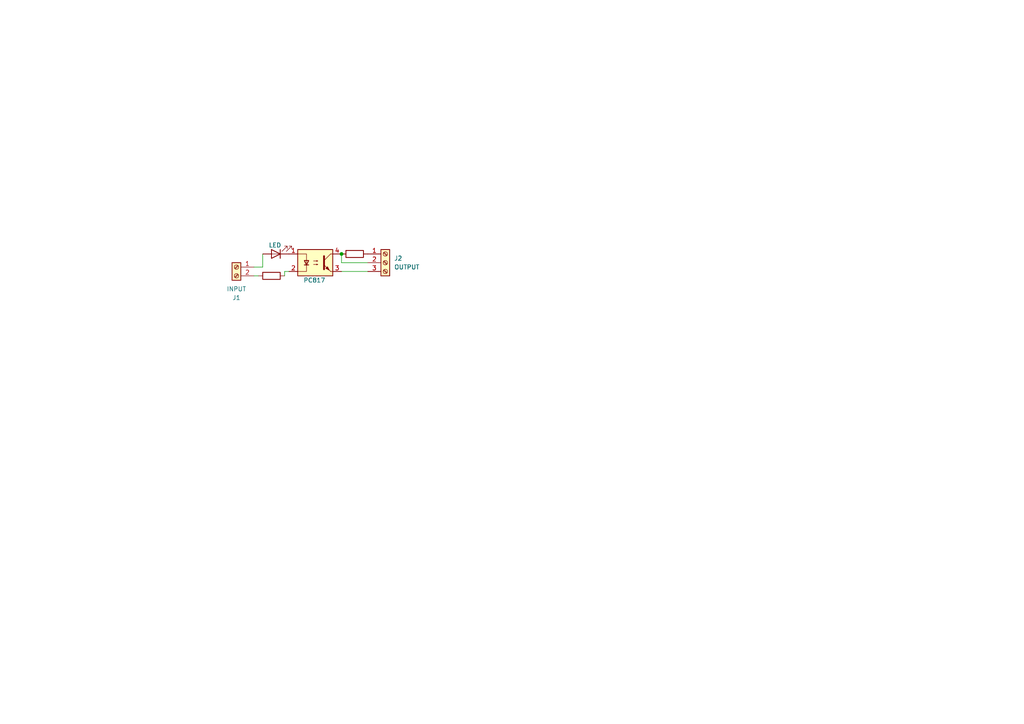
<source format=kicad_sch>
(kicad_sch
	(version 20231120)
	(generator "eeschema")
	(generator_version "8.0")
	(uuid "e0ff3a74-f9e9-4ae6-9604-e683b7fe7c1d")
	(paper "A4")
	(lib_symbols
		(symbol "Connector:Screw_Terminal_01x02"
			(pin_names
				(offset 1.016) hide)
			(exclude_from_sim no)
			(in_bom yes)
			(on_board yes)
			(property "Reference" "J"
				(at 0 2.54 0)
				(effects
					(font
						(size 1.27 1.27)
					)
				)
			)
			(property "Value" "Screw_Terminal_01x02"
				(at 0 -5.08 0)
				(effects
					(font
						(size 1.27 1.27)
					)
				)
			)
			(property "Footprint" ""
				(at 0 0 0)
				(effects
					(font
						(size 1.27 1.27)
					)
					(hide yes)
				)
			)
			(property "Datasheet" "~"
				(at 0 0 0)
				(effects
					(font
						(size 1.27 1.27)
					)
					(hide yes)
				)
			)
			(property "Description" "Generic screw terminal, single row, 01x02, script generated (kicad-library-utils/schlib/autogen/connector/)"
				(at 0 0 0)
				(effects
					(font
						(size 1.27 1.27)
					)
					(hide yes)
				)
			)
			(property "ki_keywords" "screw terminal"
				(at 0 0 0)
				(effects
					(font
						(size 1.27 1.27)
					)
					(hide yes)
				)
			)
			(property "ki_fp_filters" "TerminalBlock*:*"
				(at 0 0 0)
				(effects
					(font
						(size 1.27 1.27)
					)
					(hide yes)
				)
			)
			(symbol "Screw_Terminal_01x02_1_1"
				(rectangle
					(start -1.27 1.27)
					(end 1.27 -3.81)
					(stroke
						(width 0.254)
						(type default)
					)
					(fill
						(type background)
					)
				)
				(circle
					(center 0 -2.54)
					(radius 0.635)
					(stroke
						(width 0.1524)
						(type default)
					)
					(fill
						(type none)
					)
				)
				(polyline
					(pts
						(xy -0.5334 -2.2098) (xy 0.3302 -3.048)
					)
					(stroke
						(width 0.1524)
						(type default)
					)
					(fill
						(type none)
					)
				)
				(polyline
					(pts
						(xy -0.5334 0.3302) (xy 0.3302 -0.508)
					)
					(stroke
						(width 0.1524)
						(type default)
					)
					(fill
						(type none)
					)
				)
				(polyline
					(pts
						(xy -0.3556 -2.032) (xy 0.508 -2.8702)
					)
					(stroke
						(width 0.1524)
						(type default)
					)
					(fill
						(type none)
					)
				)
				(polyline
					(pts
						(xy -0.3556 0.508) (xy 0.508 -0.3302)
					)
					(stroke
						(width 0.1524)
						(type default)
					)
					(fill
						(type none)
					)
				)
				(circle
					(center 0 0)
					(radius 0.635)
					(stroke
						(width 0.1524)
						(type default)
					)
					(fill
						(type none)
					)
				)
				(pin passive line
					(at -5.08 0 0)
					(length 3.81)
					(name "Pin_1"
						(effects
							(font
								(size 1.27 1.27)
							)
						)
					)
					(number "1"
						(effects
							(font
								(size 1.27 1.27)
							)
						)
					)
				)
				(pin passive line
					(at -5.08 -2.54 0)
					(length 3.81)
					(name "Pin_2"
						(effects
							(font
								(size 1.27 1.27)
							)
						)
					)
					(number "2"
						(effects
							(font
								(size 1.27 1.27)
							)
						)
					)
				)
			)
		)
		(symbol "Connector:Screw_Terminal_01x03"
			(pin_names
				(offset 1.016) hide)
			(exclude_from_sim no)
			(in_bom yes)
			(on_board yes)
			(property "Reference" "J"
				(at 0 5.08 0)
				(effects
					(font
						(size 1.27 1.27)
					)
				)
			)
			(property "Value" "Screw_Terminal_01x03"
				(at 0 -5.08 0)
				(effects
					(font
						(size 1.27 1.27)
					)
				)
			)
			(property "Footprint" ""
				(at 0 0 0)
				(effects
					(font
						(size 1.27 1.27)
					)
					(hide yes)
				)
			)
			(property "Datasheet" "~"
				(at 0 0 0)
				(effects
					(font
						(size 1.27 1.27)
					)
					(hide yes)
				)
			)
			(property "Description" "Generic screw terminal, single row, 01x03, script generated (kicad-library-utils/schlib/autogen/connector/)"
				(at 0 0 0)
				(effects
					(font
						(size 1.27 1.27)
					)
					(hide yes)
				)
			)
			(property "ki_keywords" "screw terminal"
				(at 0 0 0)
				(effects
					(font
						(size 1.27 1.27)
					)
					(hide yes)
				)
			)
			(property "ki_fp_filters" "TerminalBlock*:*"
				(at 0 0 0)
				(effects
					(font
						(size 1.27 1.27)
					)
					(hide yes)
				)
			)
			(symbol "Screw_Terminal_01x03_1_1"
				(rectangle
					(start -1.27 3.81)
					(end 1.27 -3.81)
					(stroke
						(width 0.254)
						(type default)
					)
					(fill
						(type background)
					)
				)
				(circle
					(center 0 -2.54)
					(radius 0.635)
					(stroke
						(width 0.1524)
						(type default)
					)
					(fill
						(type none)
					)
				)
				(polyline
					(pts
						(xy -0.5334 -2.2098) (xy 0.3302 -3.048)
					)
					(stroke
						(width 0.1524)
						(type default)
					)
					(fill
						(type none)
					)
				)
				(polyline
					(pts
						(xy -0.5334 0.3302) (xy 0.3302 -0.508)
					)
					(stroke
						(width 0.1524)
						(type default)
					)
					(fill
						(type none)
					)
				)
				(polyline
					(pts
						(xy -0.5334 2.8702) (xy 0.3302 2.032)
					)
					(stroke
						(width 0.1524)
						(type default)
					)
					(fill
						(type none)
					)
				)
				(polyline
					(pts
						(xy -0.3556 -2.032) (xy 0.508 -2.8702)
					)
					(stroke
						(width 0.1524)
						(type default)
					)
					(fill
						(type none)
					)
				)
				(polyline
					(pts
						(xy -0.3556 0.508) (xy 0.508 -0.3302)
					)
					(stroke
						(width 0.1524)
						(type default)
					)
					(fill
						(type none)
					)
				)
				(polyline
					(pts
						(xy -0.3556 3.048) (xy 0.508 2.2098)
					)
					(stroke
						(width 0.1524)
						(type default)
					)
					(fill
						(type none)
					)
				)
				(circle
					(center 0 0)
					(radius 0.635)
					(stroke
						(width 0.1524)
						(type default)
					)
					(fill
						(type none)
					)
				)
				(circle
					(center 0 2.54)
					(radius 0.635)
					(stroke
						(width 0.1524)
						(type default)
					)
					(fill
						(type none)
					)
				)
				(pin passive line
					(at -5.08 2.54 0)
					(length 3.81)
					(name "Pin_1"
						(effects
							(font
								(size 1.27 1.27)
							)
						)
					)
					(number "1"
						(effects
							(font
								(size 1.27 1.27)
							)
						)
					)
				)
				(pin passive line
					(at -5.08 0 0)
					(length 3.81)
					(name "Pin_2"
						(effects
							(font
								(size 1.27 1.27)
							)
						)
					)
					(number "2"
						(effects
							(font
								(size 1.27 1.27)
							)
						)
					)
				)
				(pin passive line
					(at -5.08 -2.54 0)
					(length 3.81)
					(name "Pin_3"
						(effects
							(font
								(size 1.27 1.27)
							)
						)
					)
					(number "3"
						(effects
							(font
								(size 1.27 1.27)
							)
						)
					)
				)
			)
		)
		(symbol "Device:LED"
			(pin_numbers hide)
			(pin_names
				(offset 1.016) hide)
			(exclude_from_sim no)
			(in_bom yes)
			(on_board yes)
			(property "Reference" "D"
				(at 0 2.54 0)
				(effects
					(font
						(size 1.27 1.27)
					)
				)
			)
			(property "Value" "LED"
				(at 0 -2.54 0)
				(effects
					(font
						(size 1.27 1.27)
					)
				)
			)
			(property "Footprint" ""
				(at 0 0 0)
				(effects
					(font
						(size 1.27 1.27)
					)
					(hide yes)
				)
			)
			(property "Datasheet" "~"
				(at 0 0 0)
				(effects
					(font
						(size 1.27 1.27)
					)
					(hide yes)
				)
			)
			(property "Description" "Light emitting diode"
				(at 0 0 0)
				(effects
					(font
						(size 1.27 1.27)
					)
					(hide yes)
				)
			)
			(property "ki_keywords" "LED diode"
				(at 0 0 0)
				(effects
					(font
						(size 1.27 1.27)
					)
					(hide yes)
				)
			)
			(property "ki_fp_filters" "LED* LED_SMD:* LED_THT:*"
				(at 0 0 0)
				(effects
					(font
						(size 1.27 1.27)
					)
					(hide yes)
				)
			)
			(symbol "LED_0_1"
				(polyline
					(pts
						(xy -1.27 -1.27) (xy -1.27 1.27)
					)
					(stroke
						(width 0.254)
						(type default)
					)
					(fill
						(type none)
					)
				)
				(polyline
					(pts
						(xy -1.27 0) (xy 1.27 0)
					)
					(stroke
						(width 0)
						(type default)
					)
					(fill
						(type none)
					)
				)
				(polyline
					(pts
						(xy 1.27 -1.27) (xy 1.27 1.27) (xy -1.27 0) (xy 1.27 -1.27)
					)
					(stroke
						(width 0.254)
						(type default)
					)
					(fill
						(type none)
					)
				)
				(polyline
					(pts
						(xy -3.048 -0.762) (xy -4.572 -2.286) (xy -3.81 -2.286) (xy -4.572 -2.286) (xy -4.572 -1.524)
					)
					(stroke
						(width 0)
						(type default)
					)
					(fill
						(type none)
					)
				)
				(polyline
					(pts
						(xy -1.778 -0.762) (xy -3.302 -2.286) (xy -2.54 -2.286) (xy -3.302 -2.286) (xy -3.302 -1.524)
					)
					(stroke
						(width 0)
						(type default)
					)
					(fill
						(type none)
					)
				)
			)
			(symbol "LED_1_1"
				(pin passive line
					(at -3.81 0 0)
					(length 2.54)
					(name "K"
						(effects
							(font
								(size 1.27 1.27)
							)
						)
					)
					(number "1"
						(effects
							(font
								(size 1.27 1.27)
							)
						)
					)
				)
				(pin passive line
					(at 3.81 0 180)
					(length 2.54)
					(name "A"
						(effects
							(font
								(size 1.27 1.27)
							)
						)
					)
					(number "2"
						(effects
							(font
								(size 1.27 1.27)
							)
						)
					)
				)
			)
		)
		(symbol "Device:R"
			(pin_numbers hide)
			(pin_names
				(offset 0)
			)
			(exclude_from_sim no)
			(in_bom yes)
			(on_board yes)
			(property "Reference" "R"
				(at 2.032 0 90)
				(effects
					(font
						(size 1.27 1.27)
					)
				)
			)
			(property "Value" "R"
				(at 0 0 90)
				(effects
					(font
						(size 1.27 1.27)
					)
				)
			)
			(property "Footprint" ""
				(at -1.778 0 90)
				(effects
					(font
						(size 1.27 1.27)
					)
					(hide yes)
				)
			)
			(property "Datasheet" "~"
				(at 0 0 0)
				(effects
					(font
						(size 1.27 1.27)
					)
					(hide yes)
				)
			)
			(property "Description" "Resistor"
				(at 0 0 0)
				(effects
					(font
						(size 1.27 1.27)
					)
					(hide yes)
				)
			)
			(property "ki_keywords" "R res resistor"
				(at 0 0 0)
				(effects
					(font
						(size 1.27 1.27)
					)
					(hide yes)
				)
			)
			(property "ki_fp_filters" "R_*"
				(at 0 0 0)
				(effects
					(font
						(size 1.27 1.27)
					)
					(hide yes)
				)
			)
			(symbol "R_0_1"
				(rectangle
					(start -1.016 -2.54)
					(end 1.016 2.54)
					(stroke
						(width 0.254)
						(type default)
					)
					(fill
						(type none)
					)
				)
			)
			(symbol "R_1_1"
				(pin passive line
					(at 0 3.81 270)
					(length 1.27)
					(name "~"
						(effects
							(font
								(size 1.27 1.27)
							)
						)
					)
					(number "1"
						(effects
							(font
								(size 1.27 1.27)
							)
						)
					)
				)
				(pin passive line
					(at 0 -3.81 90)
					(length 1.27)
					(name "~"
						(effects
							(font
								(size 1.27 1.27)
							)
						)
					)
					(number "2"
						(effects
							(font
								(size 1.27 1.27)
							)
						)
					)
				)
			)
		)
		(symbol "Isolator:PC817"
			(pin_names
				(offset 1.016)
			)
			(exclude_from_sim no)
			(in_bom yes)
			(on_board yes)
			(property "Reference" "U"
				(at -5.08 5.08 0)
				(effects
					(font
						(size 1.27 1.27)
					)
					(justify left)
				)
			)
			(property "Value" "PC817"
				(at 0 5.08 0)
				(effects
					(font
						(size 1.27 1.27)
					)
					(justify left)
				)
			)
			(property "Footprint" "Package_DIP:DIP-4_W7.62mm"
				(at -5.08 -5.08 0)
				(effects
					(font
						(size 1.27 1.27)
						(italic yes)
					)
					(justify left)
					(hide yes)
				)
			)
			(property "Datasheet" "http://www.soselectronic.cz/a_info/resource/d/pc817.pdf"
				(at 0 0 0)
				(effects
					(font
						(size 1.27 1.27)
					)
					(justify left)
					(hide yes)
				)
			)
			(property "Description" "DC Optocoupler, Vce 35V, CTR 50-300%, DIP-4"
				(at 0 0 0)
				(effects
					(font
						(size 1.27 1.27)
					)
					(hide yes)
				)
			)
			(property "ki_keywords" "NPN DC Optocoupler"
				(at 0 0 0)
				(effects
					(font
						(size 1.27 1.27)
					)
					(hide yes)
				)
			)
			(property "ki_fp_filters" "DIP*W7.62mm*"
				(at 0 0 0)
				(effects
					(font
						(size 1.27 1.27)
					)
					(hide yes)
				)
			)
			(symbol "PC817_0_1"
				(rectangle
					(start -5.08 3.81)
					(end 5.08 -3.81)
					(stroke
						(width 0.254)
						(type default)
					)
					(fill
						(type background)
					)
				)
				(polyline
					(pts
						(xy -3.175 -0.635) (xy -1.905 -0.635)
					)
					(stroke
						(width 0.254)
						(type default)
					)
					(fill
						(type none)
					)
				)
				(polyline
					(pts
						(xy 2.54 0.635) (xy 4.445 2.54)
					)
					(stroke
						(width 0)
						(type default)
					)
					(fill
						(type none)
					)
				)
				(polyline
					(pts
						(xy 4.445 -2.54) (xy 2.54 -0.635)
					)
					(stroke
						(width 0)
						(type default)
					)
					(fill
						(type outline)
					)
				)
				(polyline
					(pts
						(xy 4.445 -2.54) (xy 5.08 -2.54)
					)
					(stroke
						(width 0)
						(type default)
					)
					(fill
						(type none)
					)
				)
				(polyline
					(pts
						(xy 4.445 2.54) (xy 5.08 2.54)
					)
					(stroke
						(width 0)
						(type default)
					)
					(fill
						(type none)
					)
				)
				(polyline
					(pts
						(xy -5.08 2.54) (xy -2.54 2.54) (xy -2.54 -0.635)
					)
					(stroke
						(width 0)
						(type default)
					)
					(fill
						(type none)
					)
				)
				(polyline
					(pts
						(xy -2.54 -0.635) (xy -2.54 -2.54) (xy -5.08 -2.54)
					)
					(stroke
						(width 0)
						(type default)
					)
					(fill
						(type none)
					)
				)
				(polyline
					(pts
						(xy 2.54 1.905) (xy 2.54 -1.905) (xy 2.54 -1.905)
					)
					(stroke
						(width 0.508)
						(type default)
					)
					(fill
						(type none)
					)
				)
				(polyline
					(pts
						(xy -2.54 -0.635) (xy -3.175 0.635) (xy -1.905 0.635) (xy -2.54 -0.635)
					)
					(stroke
						(width 0.254)
						(type default)
					)
					(fill
						(type none)
					)
				)
				(polyline
					(pts
						(xy -0.508 -0.508) (xy 0.762 -0.508) (xy 0.381 -0.635) (xy 0.381 -0.381) (xy 0.762 -0.508)
					)
					(stroke
						(width 0)
						(type default)
					)
					(fill
						(type none)
					)
				)
				(polyline
					(pts
						(xy -0.508 0.508) (xy 0.762 0.508) (xy 0.381 0.381) (xy 0.381 0.635) (xy 0.762 0.508)
					)
					(stroke
						(width 0)
						(type default)
					)
					(fill
						(type none)
					)
				)
				(polyline
					(pts
						(xy 3.048 -1.651) (xy 3.556 -1.143) (xy 4.064 -2.159) (xy 3.048 -1.651) (xy 3.048 -1.651)
					)
					(stroke
						(width 0)
						(type default)
					)
					(fill
						(type outline)
					)
				)
			)
			(symbol "PC817_1_1"
				(pin passive line
					(at -7.62 2.54 0)
					(length 2.54)
					(name "~"
						(effects
							(font
								(size 1.27 1.27)
							)
						)
					)
					(number "1"
						(effects
							(font
								(size 1.27 1.27)
							)
						)
					)
				)
				(pin passive line
					(at -7.62 -2.54 0)
					(length 2.54)
					(name "~"
						(effects
							(font
								(size 1.27 1.27)
							)
						)
					)
					(number "2"
						(effects
							(font
								(size 1.27 1.27)
							)
						)
					)
				)
				(pin passive line
					(at 7.62 -2.54 180)
					(length 2.54)
					(name "~"
						(effects
							(font
								(size 1.27 1.27)
							)
						)
					)
					(number "3"
						(effects
							(font
								(size 1.27 1.27)
							)
						)
					)
				)
				(pin passive line
					(at 7.62 2.54 180)
					(length 2.54)
					(name "~"
						(effects
							(font
								(size 1.27 1.27)
							)
						)
					)
					(number "4"
						(effects
							(font
								(size 1.27 1.27)
							)
						)
					)
				)
			)
		)
	)
	(junction
		(at 99.06 73.66)
		(diameter 0)
		(color 0 0 0 0)
		(uuid "1a05e853-a8aa-426c-a1f0-abb25507b440")
	)
	(wire
		(pts
			(xy 82.55 78.74) (xy 83.82 78.74)
		)
		(stroke
			(width 0)
			(type default)
		)
		(uuid "10609cb5-511c-4ce3-b445-8b4c7506d65b")
	)
	(wire
		(pts
			(xy 106.68 76.2) (xy 99.06 76.2)
		)
		(stroke
			(width 0)
			(type default)
		)
		(uuid "1ae7a414-a68e-4bab-895b-3addaf6b7b6e")
	)
	(wire
		(pts
			(xy 73.66 77.47) (xy 76.2 77.47)
		)
		(stroke
			(width 0)
			(type default)
		)
		(uuid "41f4ea2b-3388-4014-a4ab-f0cdda94b928")
	)
	(wire
		(pts
			(xy 82.55 78.74) (xy 82.55 80.01)
		)
		(stroke
			(width 0)
			(type default)
		)
		(uuid "45099625-074c-4c47-a44a-58ca76028201")
	)
	(wire
		(pts
			(xy 73.66 80.01) (xy 74.93 80.01)
		)
		(stroke
			(width 0)
			(type default)
		)
		(uuid "4982b834-7ede-499c-a0ed-047fc5ffd5f3")
	)
	(wire
		(pts
			(xy 99.06 78.74) (xy 106.68 78.74)
		)
		(stroke
			(width 0)
			(type default)
		)
		(uuid "75526466-85f6-4e9f-b3fc-dccc958782e2")
	)
	(wire
		(pts
			(xy 76.2 73.66) (xy 76.2 77.47)
		)
		(stroke
			(width 0)
			(type default)
		)
		(uuid "97139377-8d8c-40e7-8ddf-a412557f96a5")
	)
	(wire
		(pts
			(xy 99.06 73.66) (xy 99.06 76.2)
		)
		(stroke
			(width 0)
			(type default)
		)
		(uuid "f93beeeb-f41a-4d6e-b715-f55ef8eba7c1")
	)
	(symbol
		(lib_id "Connector:Screw_Terminal_01x02")
		(at 68.58 77.47 0)
		(mirror y)
		(unit 1)
		(exclude_from_sim no)
		(in_bom yes)
		(on_board yes)
		(dnp no)
		(uuid "2250fd26-0db9-415e-8ae6-7189c22346fc")
		(property "Reference" "J1"
			(at 68.58 86.36 0)
			(effects
				(font
					(size 1.27 1.27)
				)
			)
		)
		(property "Value" "INPUT"
			(at 68.58 83.82 0)
			(effects
				(font
					(size 1.27 1.27)
				)
			)
		)
		(property "Footprint" "TerminalBlock_Phoenix:TerminalBlock_Phoenix_MKDS-1,5-2_1x02_P5.00mm_Horizontal"
			(at 68.58 77.47 0)
			(effects
				(font
					(size 1.27 1.27)
				)
				(hide yes)
			)
		)
		(property "Datasheet" ""
			(at 68.58 77.47 0)
			(effects
				(font
					(size 1.27 1.27)
				)
				(hide yes)
			)
		)
		(property "Description" ""
			(at 68.58 77.47 0)
			(effects
				(font
					(size 1.27 1.27)
				)
				(hide yes)
			)
		)
		(pin "2"
			(uuid "287adf36-db31-4e7e-aad8-ab1b0a75097b")
		)
		(pin "1"
			(uuid "b65bea01-8e2e-463e-abf0-5febc9608992")
		)
		(instances
			(project ""
				(path "/e0ff3a74-f9e9-4ae6-9604-e683b7fe7c1d"
					(reference "J1")
					(unit 1)
				)
			)
		)
	)
	(symbol
		(lib_id "Device:LED")
		(at 80.01 73.66 180)
		(unit 1)
		(exclude_from_sim no)
		(in_bom yes)
		(on_board yes)
		(dnp no)
		(uuid "44af0abe-3523-48ba-8264-de8349e19d71")
		(property "Reference" "D1"
			(at 81.5975 66.04 0)
			(effects
				(font
					(size 1.27 1.27)
				)
				(hide yes)
			)
		)
		(property "Value" "LED"
			(at 79.756 71.12 0)
			(effects
				(font
					(size 1.27 1.27)
				)
			)
		)
		(property "Footprint" "LED_THT:LED_D3.0mm"
			(at 80.01 73.66 0)
			(effects
				(font
					(size 1.27 1.27)
				)
				(hide yes)
			)
		)
		(property "Datasheet" "~"
			(at 80.01 73.66 0)
			(effects
				(font
					(size 1.27 1.27)
				)
				(hide yes)
			)
		)
		(property "Description" "Light emitting diode"
			(at 80.01 73.66 0)
			(effects
				(font
					(size 1.27 1.27)
				)
				(hide yes)
			)
		)
		(pin "1"
			(uuid "aca7a2e5-180f-4d13-b78e-2c8ca7e8e5b2")
		)
		(pin "2"
			(uuid "709b4eaa-1019-4912-a865-4e4addf6f929")
		)
		(instances
			(project ""
				(path "/e0ff3a74-f9e9-4ae6-9604-e683b7fe7c1d"
					(reference "D1")
					(unit 1)
				)
			)
		)
	)
	(symbol
		(lib_id "Connector:Screw_Terminal_01x03")
		(at 111.76 76.2 0)
		(unit 1)
		(exclude_from_sim no)
		(in_bom yes)
		(on_board yes)
		(dnp no)
		(fields_autoplaced yes)
		(uuid "7d36a717-093c-410d-ab69-0ae79df70999")
		(property "Reference" "J2"
			(at 114.3 74.9299 0)
			(effects
				(font
					(size 1.27 1.27)
				)
				(justify left)
			)
		)
		(property "Value" "OUTPUT"
			(at 114.3 77.4699 0)
			(effects
				(font
					(size 1.27 1.27)
				)
				(justify left)
			)
		)
		(property "Footprint" "TerminalBlock_Phoenix:TerminalBlock_Phoenix_MKDS-1,5-3_1x03_P5.00mm_Horizontal"
			(at 111.76 76.2 0)
			(effects
				(font
					(size 1.27 1.27)
				)
				(hide yes)
			)
		)
		(property "Datasheet" "~"
			(at 111.76 76.2 0)
			(effects
				(font
					(size 1.27 1.27)
				)
				(hide yes)
			)
		)
		(property "Description" ""
			(at 111.76 76.2 0)
			(effects
				(font
					(size 1.27 1.27)
				)
				(hide yes)
			)
		)
		(pin "1"
			(uuid "f9446a9d-1f9e-4552-bd8a-e083c74629e9")
		)
		(pin "3"
			(uuid "5f949ceb-e83e-4caa-b82f-c044021827be")
		)
		(pin "2"
			(uuid "3441a282-c45a-4f27-86f6-558e089f0e2b")
		)
		(instances
			(project ""
				(path "/e0ff3a74-f9e9-4ae6-9604-e683b7fe7c1d"
					(reference "J2")
					(unit 1)
				)
			)
		)
	)
	(symbol
		(lib_id "Device:R")
		(at 102.87 73.66 90)
		(unit 1)
		(exclude_from_sim no)
		(in_bom yes)
		(on_board yes)
		(dnp no)
		(uuid "874946fc-f6a7-4589-83f2-8c8fbdbc0ca9")
		(property "Reference" "R2"
			(at 99.822 73.66 90)
			(effects
				(font
					(size 1.27 1.27)
				)
				(justify left)
				(hide yes)
			)
		)
		(property "Value" "R"
			(at 102.87 78.486 90)
			(effects
				(font
					(size 1.27 1.27)
				)
				(hide yes)
			)
		)
		(property "Footprint" "Resistor_THT:R_Axial_DIN0204_L3.6mm_D1.6mm_P2.54mm_Vertical"
			(at 102.87 75.438 90)
			(effects
				(font
					(size 1.27 1.27)
				)
				(hide yes)
			)
		)
		(property "Datasheet" "~"
			(at 102.87 73.66 0)
			(effects
				(font
					(size 1.27 1.27)
				)
				(hide yes)
			)
		)
		(property "Description" "Resistor"
			(at 102.87 73.66 0)
			(effects
				(font
					(size 1.27 1.27)
				)
				(hide yes)
			)
		)
		(pin "1"
			(uuid "0a3283b5-7d41-47f0-b450-f4778c2827e6")
		)
		(pin "2"
			(uuid "cbe72539-51f3-4584-b0a0-30bf43411ad1")
		)
		(instances
			(project "single-channel-optocoupler"
				(path "/e0ff3a74-f9e9-4ae6-9604-e683b7fe7c1d"
					(reference "R2")
					(unit 1)
				)
			)
		)
	)
	(symbol
		(lib_id "Device:R")
		(at 78.74 80.01 90)
		(unit 1)
		(exclude_from_sim no)
		(in_bom yes)
		(on_board yes)
		(dnp no)
		(uuid "d101d2cf-ea6e-4121-ba4a-54e9c3ecb3cb")
		(property "Reference" "R1"
			(at 82.804 80.01 90)
			(effects
				(font
					(size 1.27 1.27)
				)
				(hide yes)
			)
		)
		(property "Value" "R"
			(at 78.74 84.836 90)
			(effects
				(font
					(size 1.27 1.27)
				)
				(hide yes)
			)
		)
		(property "Footprint" "Resistor_THT:R_Axial_DIN0204_L3.6mm_D1.6mm_P2.54mm_Vertical"
			(at 78.74 81.788 90)
			(effects
				(font
					(size 1.27 1.27)
				)
				(hide yes)
			)
		)
		(property "Datasheet" "~"
			(at 78.74 80.01 0)
			(effects
				(font
					(size 1.27 1.27)
				)
				(hide yes)
			)
		)
		(property "Description" "Resistor"
			(at 78.74 80.01 0)
			(effects
				(font
					(size 1.27 1.27)
				)
				(hide yes)
			)
		)
		(pin "1"
			(uuid "4fc34a81-a57e-40f3-8699-1309f94d4aec")
		)
		(pin "2"
			(uuid "abd6fe5a-40d8-47c4-91f4-4eaa5b0aaa6f")
		)
		(instances
			(project ""
				(path "/e0ff3a74-f9e9-4ae6-9604-e683b7fe7c1d"
					(reference "R1")
					(unit 1)
				)
			)
		)
	)
	(symbol
		(lib_id "Isolator:PC817")
		(at 91.44 76.2 0)
		(unit 1)
		(exclude_from_sim no)
		(in_bom yes)
		(on_board yes)
		(dnp no)
		(uuid "f70e978d-6b35-4c56-b746-d507b2b3508b")
		(property "Reference" "U1"
			(at 91.44 67.31 0)
			(effects
				(font
					(size 1.27 1.27)
				)
				(hide yes)
			)
		)
		(property "Value" "PC817"
			(at 91.186 81.28 0)
			(effects
				(font
					(size 1.27 1.27)
				)
			)
		)
		(property "Footprint" "Package_DIP:DIP-4_W7.62mm"
			(at 86.36 81.28 0)
			(effects
				(font
					(size 1.27 1.27)
					(italic yes)
				)
				(justify left)
				(hide yes)
			)
		)
		(property "Datasheet" "http://www.soselectronic.cz/a_info/resource/d/pc817.pdf"
			(at 91.44 76.2 0)
			(effects
				(font
					(size 1.27 1.27)
				)
				(justify left)
				(hide yes)
			)
		)
		(property "Description" "DC Optocoupler, Vce 35V, CTR 50-300%, DIP-4"
			(at 91.44 76.2 0)
			(effects
				(font
					(size 1.27 1.27)
				)
				(hide yes)
			)
		)
		(pin "2"
			(uuid "f394362b-1ff2-491b-8f85-cc45cfe64910")
		)
		(pin "4"
			(uuid "116dc7cb-81fa-43c9-92b3-45463a40654e")
		)
		(pin "1"
			(uuid "60a65793-497a-438d-9538-b8319ba956a5")
		)
		(pin "3"
			(uuid "fe5075a5-1b56-47a3-9d8b-ef6e355c88e3")
		)
		(instances
			(project ""
				(path "/e0ff3a74-f9e9-4ae6-9604-e683b7fe7c1d"
					(reference "U1")
					(unit 1)
				)
			)
		)
	)
	(sheet_instances
		(path "/"
			(page "1")
		)
	)
)

</source>
